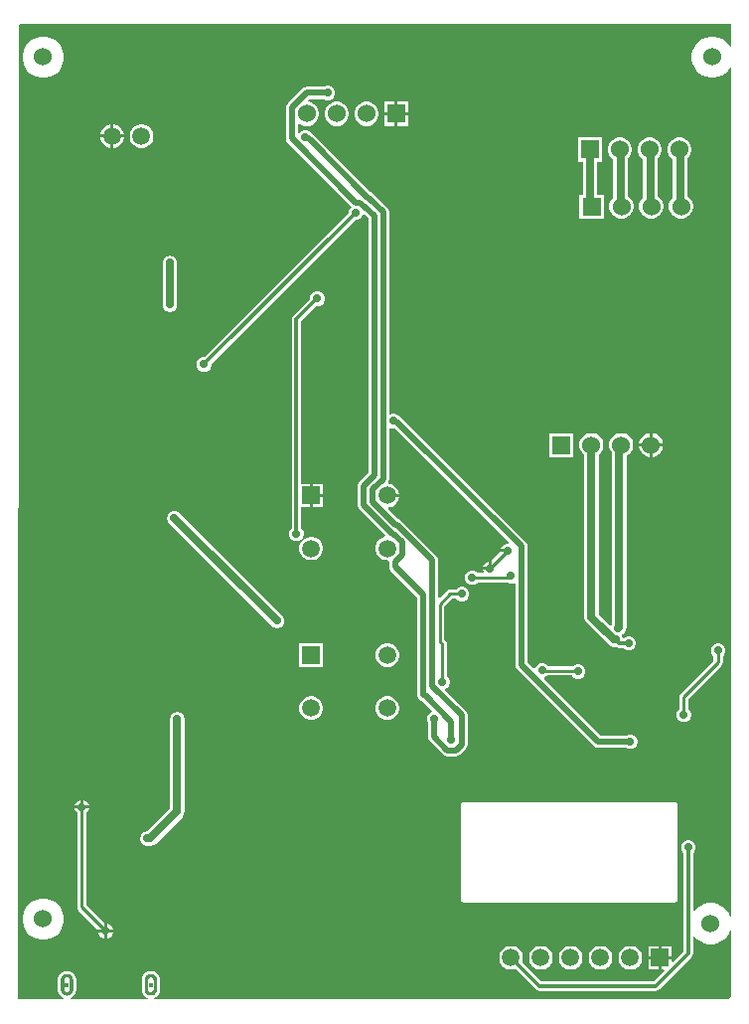
<source format=gbl>
G04*
G04 #@! TF.GenerationSoftware,Altium Limited,Altium Designer,23.4.1 (23)*
G04*
G04 Layer_Physical_Order=2*
G04 Layer_Color=16711680*
%FSLAX25Y25*%
%MOIN*%
G70*
G04*
G04 #@! TF.SameCoordinates,3121AE9F-DB6A-48AE-AC32-4FE8ED9D71C7*
G04*
G04*
G04 #@! TF.FilePolarity,Positive*
G04*
G01*
G75*
%ADD13C,0.01000*%
%ADD58C,0.02756*%
%ADD59C,0.01968*%
%ADD60C,0.01181*%
%ADD63C,0.05898*%
%ADD64R,0.05898X0.05898*%
%ADD65C,0.01772*%
%ADD66R,0.06024X0.06024*%
%ADD67C,0.06024*%
%ADD68C,0.06000*%
%ADD69R,0.05906X0.05906*%
%ADD70C,0.05906*%
%ADD71C,0.05937*%
%ADD72C,0.02756*%
G36*
X1000Y328000D02*
X239500D01*
Y320602D01*
X239000Y320450D01*
X238364Y321402D01*
X237402Y322364D01*
X236271Y323120D01*
X235014Y323640D01*
X233680Y323905D01*
X232320D01*
X230986Y323640D01*
X229729Y323120D01*
X228598Y322364D01*
X227636Y321402D01*
X226880Y320271D01*
X226360Y319014D01*
X226095Y317680D01*
Y316320D01*
X226360Y314986D01*
X226880Y313729D01*
X227636Y312598D01*
X228598Y311636D01*
X229729Y310880D01*
X230986Y310360D01*
X232320Y310094D01*
X233680D01*
X235014Y310360D01*
X236271Y310880D01*
X237402Y311636D01*
X238364Y312598D01*
X239000Y313550D01*
X239500Y313398D01*
Y28952D01*
X239000Y28853D01*
X238620Y29771D01*
X237864Y30902D01*
X236902Y31864D01*
X235771Y32620D01*
X234514Y33140D01*
X233180Y33406D01*
X231820D01*
X230486Y33140D01*
X229229Y32620D01*
X228098Y31864D01*
X227136Y30902D01*
X227100Y30848D01*
X226622Y30993D01*
Y50259D01*
X227016Y50653D01*
X227378Y51527D01*
Y52473D01*
X227016Y53347D01*
X226347Y54016D01*
X225473Y54378D01*
X224527D01*
X223653Y54016D01*
X222984Y53347D01*
X222622Y52473D01*
Y51527D01*
X222984Y50653D01*
X223378Y50259D01*
Y17017D01*
X219915Y13553D01*
X219453Y13745D01*
Y14500D01*
X216000D01*
Y11047D01*
X216755D01*
X216947Y10585D01*
X213483Y7122D01*
X175672D01*
X169212Y13581D01*
X169453Y14480D01*
Y15520D01*
X169183Y16526D01*
X168663Y17427D01*
X167927Y18163D01*
X167026Y18683D01*
X166020Y18953D01*
X164980D01*
X163974Y18683D01*
X163073Y18163D01*
X162337Y17427D01*
X161817Y16526D01*
X161547Y15520D01*
Y14480D01*
X161817Y13474D01*
X162337Y12573D01*
X163073Y11837D01*
X163974Y11317D01*
X164980Y11047D01*
X166020D01*
X166919Y11288D01*
X173853Y4353D01*
X174379Y4002D01*
X175000Y3878D01*
X214155D01*
X214775Y4002D01*
X215302Y4353D01*
X226147Y15198D01*
X226498Y15724D01*
X226622Y16345D01*
Y22007D01*
X227100Y22152D01*
X227136Y22098D01*
X228098Y21136D01*
X229229Y20380D01*
X230486Y19860D01*
X231820Y19594D01*
X233180D01*
X234514Y19860D01*
X235771Y20380D01*
X236902Y21136D01*
X237864Y22098D01*
X238620Y23229D01*
X239000Y24147D01*
X239500Y24048D01*
Y2000D01*
X238500Y1000D01*
X45811D01*
X45809Y1010D01*
X45740Y1505D01*
X45842Y1544D01*
X45884Y1571D01*
X45932Y1584D01*
X46027Y1631D01*
X46040Y1642D01*
X46057Y1647D01*
X46151Y1698D01*
X46176Y1719D01*
X46206Y1730D01*
X46300Y1789D01*
X46308Y1796D01*
X46317Y1799D01*
X46407Y1859D01*
X46445Y1896D01*
X46492Y1920D01*
X46575Y1987D01*
X46584Y1998D01*
X46597Y2005D01*
X46679Y2076D01*
X46696Y2097D01*
X46718Y2111D01*
X46797Y2186D01*
X46812Y2208D01*
X46834Y2223D01*
X46909Y2302D01*
X46923Y2324D01*
X46943Y2340D01*
X47014Y2423D01*
X47021Y2436D01*
X47033Y2445D01*
X47100Y2528D01*
X47124Y2575D01*
X47161Y2612D01*
X47220Y2703D01*
X47220Y2703D01*
X47220Y2703D01*
X47279Y2793D01*
X47298Y2840D01*
X47330Y2880D01*
X47381Y2978D01*
X47383Y2986D01*
X47388Y2993D01*
X47436Y3087D01*
X47449Y3135D01*
X47475Y3177D01*
X47515Y3280D01*
X47518Y3297D01*
X47526Y3312D01*
X47562Y3415D01*
X47564Y3432D01*
X47573Y3448D01*
X47604Y3551D01*
X47607Y3574D01*
X47617Y3594D01*
X47644Y3701D01*
X47646Y3737D01*
X47660Y3771D01*
X47680Y3877D01*
X47679Y3915D01*
X47690Y3950D01*
X47702Y4057D01*
X47701Y4077D01*
X47706Y4097D01*
X47714Y4207D01*
X47712Y4225D01*
X47716Y4242D01*
X47720Y4348D01*
X47717Y4367D01*
X47720Y4386D01*
Y7535D01*
X47717Y7554D01*
X47720Y7573D01*
X47716Y7679D01*
X47712Y7697D01*
X47714Y7714D01*
X47706Y7825D01*
X47701Y7844D01*
X47702Y7865D01*
X47690Y7971D01*
X47679Y8006D01*
X47680Y8044D01*
X47660Y8150D01*
X47646Y8184D01*
X47644Y8220D01*
X47617Y8327D01*
X47607Y8348D01*
X47604Y8371D01*
X47573Y8473D01*
X47564Y8489D01*
X47562Y8507D01*
X47526Y8609D01*
X47518Y8624D01*
X47515Y8642D01*
X47475Y8744D01*
X47449Y8786D01*
X47436Y8834D01*
X47388Y8928D01*
X47383Y8935D01*
X47381Y8943D01*
X47330Y9041D01*
X47298Y9081D01*
X47279Y9128D01*
X47220Y9218D01*
X47220Y9218D01*
X47220Y9218D01*
X47161Y9309D01*
X47124Y9347D01*
X47100Y9393D01*
X47033Y9476D01*
X47021Y9486D01*
X47014Y9498D01*
X46943Y9581D01*
X46923Y9597D01*
X46909Y9620D01*
X46834Y9698D01*
X46812Y9714D01*
X46797Y9735D01*
X46718Y9810D01*
X46696Y9824D01*
X46679Y9845D01*
X46597Y9916D01*
X46584Y9923D01*
X46575Y9934D01*
X46492Y10001D01*
X46445Y10026D01*
X46407Y10063D01*
X46317Y10122D01*
X46308Y10125D01*
X46300Y10132D01*
X46206Y10191D01*
X46176Y10203D01*
X46151Y10223D01*
X46057Y10274D01*
X46040Y10279D01*
X46027Y10290D01*
X45932Y10337D01*
X45884Y10350D01*
X45842Y10377D01*
X45740Y10416D01*
X45723Y10419D01*
X45707Y10428D01*
X45605Y10464D01*
X45587Y10466D01*
X45572Y10475D01*
X45469Y10506D01*
X45446Y10508D01*
X45425Y10519D01*
X45319Y10546D01*
X45283Y10548D01*
X45249Y10562D01*
X45142Y10581D01*
X45105Y10581D01*
X45069Y10592D01*
X44963Y10604D01*
X44943Y10602D01*
X44923Y10608D01*
X44813Y10615D01*
X44795Y10613D01*
X44778Y10617D01*
X44671Y10621D01*
X44634Y10615D01*
X44596Y10621D01*
X44490Y10617D01*
X44473Y10613D01*
X44455Y10615D01*
X44345Y10607D01*
X44325Y10602D01*
X44305Y10604D01*
X44199Y10592D01*
X44163Y10581D01*
X44125Y10581D01*
X44019Y10562D01*
X43985Y10548D01*
X43949Y10546D01*
X43843Y10519D01*
X43822Y10508D01*
X43799Y10506D01*
X43696Y10475D01*
X43680Y10466D01*
X43663Y10464D01*
X43560Y10428D01*
X43545Y10419D01*
X43528Y10416D01*
X43425Y10377D01*
X43383Y10350D01*
X43335Y10337D01*
X43241Y10290D01*
X43227Y10279D01*
X43211Y10274D01*
X43117Y10223D01*
X43092Y10203D01*
X43062Y10191D01*
X42968Y10132D01*
X42960Y10125D01*
X42951Y10122D01*
X42860Y10063D01*
X42823Y10026D01*
X42776Y10001D01*
X42693Y9934D01*
X42684Y9923D01*
X42671Y9916D01*
X42588Y9845D01*
X42572Y9824D01*
X42550Y9810D01*
X42471Y9735D01*
X42456Y9714D01*
X42434Y9698D01*
X42359Y9619D01*
X42345Y9597D01*
X42324Y9581D01*
X42254Y9498D01*
X42246Y9486D01*
X42235Y9476D01*
X42168Y9393D01*
X42143Y9347D01*
X42107Y9309D01*
X42048Y9218D01*
X42044Y9209D01*
X42037Y9202D01*
X41978Y9107D01*
X41967Y9077D01*
X41946Y9053D01*
X41895Y8958D01*
X41890Y8942D01*
X41879Y8928D01*
X41832Y8834D01*
X41819Y8786D01*
X41793Y8744D01*
X41753Y8642D01*
X41750Y8624D01*
X41741Y8609D01*
X41706Y8507D01*
X41703Y8489D01*
X41695Y8473D01*
X41663Y8371D01*
X41661Y8348D01*
X41651Y8327D01*
X41623Y8220D01*
X41621Y8184D01*
X41608Y8150D01*
X41588Y8044D01*
X41589Y8006D01*
X41577Y7971D01*
X41565Y7864D01*
X41567Y7844D01*
X41562Y7825D01*
X41554Y7714D01*
X41556Y7697D01*
X41552Y7679D01*
X41548Y7573D01*
X41551Y7554D01*
X41547Y7535D01*
Y4386D01*
X41551Y4367D01*
X41548Y4348D01*
X41552Y4242D01*
X41556Y4225D01*
X41554Y4207D01*
X41562Y4097D01*
X41567Y4077D01*
X41565Y4057D01*
X41577Y3950D01*
X41589Y3915D01*
X41588Y3877D01*
X41608Y3771D01*
X41621Y3737D01*
X41623Y3701D01*
X41651Y3594D01*
X41661Y3574D01*
X41663Y3551D01*
X41695Y3448D01*
X41703Y3432D01*
X41706Y3415D01*
X41741Y3312D01*
X41750Y3297D01*
X41753Y3280D01*
X41793Y3177D01*
X41819Y3135D01*
X41832Y3087D01*
X41879Y2993D01*
X41890Y2980D01*
X41895Y2963D01*
X41946Y2869D01*
X41967Y2844D01*
X41978Y2814D01*
X42037Y2719D01*
X42044Y2712D01*
X42048Y2703D01*
X42107Y2612D01*
X42144Y2575D01*
X42168Y2528D01*
X42235Y2445D01*
X42246Y2436D01*
X42254Y2423D01*
X42324Y2340D01*
X42345Y2324D01*
X42359Y2302D01*
X42434Y2223D01*
X42456Y2208D01*
X42471Y2186D01*
X42550Y2111D01*
X42572Y2097D01*
X42588Y2076D01*
X42671Y2005D01*
X42684Y1998D01*
X42693Y1987D01*
X42776Y1920D01*
X42823Y1895D01*
X42860Y1859D01*
X42951Y1799D01*
X42960Y1796D01*
X42968Y1789D01*
X43062Y1730D01*
X43092Y1719D01*
X43117Y1698D01*
X43211Y1647D01*
X43227Y1642D01*
X43241Y1631D01*
X43335Y1584D01*
X43383Y1571D01*
X43425Y1544D01*
X43528Y1505D01*
X43458Y1010D01*
X43456Y1000D01*
X17662D01*
X17660Y1010D01*
X17590Y1505D01*
X17693Y1544D01*
X17735Y1571D01*
X17783Y1584D01*
X17877Y1631D01*
X17891Y1642D01*
X17907Y1647D01*
X18001Y1698D01*
X18026Y1719D01*
X18056Y1730D01*
X18151Y1789D01*
X18158Y1796D01*
X18167Y1799D01*
X18258Y1859D01*
X18296Y1896D01*
X18342Y1920D01*
X18425Y1987D01*
X18434Y1998D01*
X18447Y2005D01*
X18530Y2076D01*
X18546Y2097D01*
X18568Y2111D01*
X18647Y2186D01*
X18663Y2208D01*
X18684Y2223D01*
X18759Y2302D01*
X18773Y2324D01*
X18794Y2340D01*
X18865Y2423D01*
X18872Y2436D01*
X18883Y2445D01*
X18950Y2528D01*
X18975Y2575D01*
X19012Y2612D01*
X19071Y2703D01*
X19074Y2712D01*
X19081Y2719D01*
X19140Y2814D01*
X19152Y2844D01*
X19172Y2869D01*
X19223Y2963D01*
X19228Y2980D01*
X19239Y2993D01*
X19286Y3087D01*
X19299Y3135D01*
X19326Y3177D01*
X19365Y3280D01*
X19368Y3297D01*
X19377Y3312D01*
X19412Y3415D01*
X19415Y3432D01*
X19423Y3448D01*
X19455Y3551D01*
X19457Y3574D01*
X19467Y3594D01*
X19495Y3701D01*
X19497Y3737D01*
X19510Y3771D01*
X19530Y3877D01*
X19530Y3915D01*
X19541Y3950D01*
X19553Y4057D01*
X19551Y4077D01*
X19556Y4097D01*
X19564Y4207D01*
X19562Y4225D01*
X19566Y4242D01*
X19570Y4348D01*
X19567Y4367D01*
X19571Y4386D01*
Y7535D01*
X19567Y7554D01*
X19570Y7573D01*
X19566Y7679D01*
X19562Y7697D01*
X19564Y7714D01*
X19556Y7825D01*
X19551Y7844D01*
X19553Y7865D01*
X19541Y7971D01*
X19530Y8006D01*
X19530Y8044D01*
X19510Y8150D01*
X19497Y8184D01*
X19495Y8220D01*
X19467Y8327D01*
X19457Y8348D01*
X19455Y8371D01*
X19423Y8473D01*
X19415Y8489D01*
X19412Y8507D01*
X19377Y8609D01*
X19368Y8624D01*
X19365Y8642D01*
X19326Y8744D01*
X19299Y8786D01*
X19286Y8834D01*
X19239Y8928D01*
X19228Y8942D01*
X19223Y8958D01*
X19172Y9053D01*
X19152Y9077D01*
X19140Y9107D01*
X19081Y9202D01*
X19074Y9209D01*
X19071Y9218D01*
X19012Y9309D01*
X18975Y9347D01*
X18950Y9393D01*
X18883Y9476D01*
X18872Y9486D01*
X18865Y9498D01*
X18794Y9581D01*
X18773Y9597D01*
X18759Y9619D01*
X18684Y9698D01*
X18663Y9714D01*
X18647Y9735D01*
X18568Y9810D01*
X18546Y9824D01*
X18530Y9845D01*
X18447Y9916D01*
X18434Y9923D01*
X18425Y9934D01*
X18342Y10001D01*
X18296Y10026D01*
X18258Y10063D01*
X18167Y10122D01*
X18158Y10125D01*
X18151Y10132D01*
X18056Y10191D01*
X18026Y10203D01*
X18001Y10223D01*
X17907Y10274D01*
X17891Y10279D01*
X17877Y10290D01*
X17783Y10337D01*
X17735Y10350D01*
X17693Y10377D01*
X17590Y10416D01*
X17573Y10419D01*
X17558Y10428D01*
X17456Y10464D01*
X17438Y10466D01*
X17422Y10475D01*
X17320Y10506D01*
X17297Y10508D01*
X17276Y10519D01*
X17169Y10546D01*
X17133Y10548D01*
X17099Y10562D01*
X16993Y10581D01*
X16955Y10581D01*
X16920Y10592D01*
X16813Y10604D01*
X16793Y10602D01*
X16773Y10607D01*
X16663Y10615D01*
X16646Y10613D01*
X16628Y10617D01*
X16522Y10621D01*
X16484Y10615D01*
X16447Y10621D01*
X16340Y10617D01*
X16323Y10613D01*
X16305Y10615D01*
X16195Y10608D01*
X16175Y10602D01*
X16155Y10604D01*
X16049Y10592D01*
X16013Y10581D01*
X15976Y10581D01*
X15869Y10562D01*
X15836Y10548D01*
X15799Y10546D01*
X15693Y10519D01*
X15672Y10508D01*
X15649Y10506D01*
X15547Y10475D01*
X15531Y10466D01*
X15513Y10464D01*
X15411Y10428D01*
X15395Y10419D01*
X15378Y10416D01*
X15276Y10377D01*
X15234Y10350D01*
X15186Y10337D01*
X15091Y10290D01*
X15078Y10279D01*
X15062Y10274D01*
X14967Y10223D01*
X14942Y10203D01*
X14912Y10191D01*
X14818Y10132D01*
X14811Y10125D01*
X14801Y10122D01*
X14711Y10063D01*
X14673Y10026D01*
X14626Y10001D01*
X14544Y9934D01*
X14534Y9923D01*
X14522Y9916D01*
X14439Y9845D01*
X14423Y9824D01*
X14400Y9810D01*
X14321Y9735D01*
X14306Y9714D01*
X14285Y9698D01*
X14210Y9620D01*
X14196Y9597D01*
X14175Y9581D01*
X14104Y9498D01*
X14097Y9486D01*
X14085Y9476D01*
X14018Y9393D01*
X13994Y9347D01*
X13957Y9309D01*
X13898Y9218D01*
X13898Y9218D01*
X13898Y9218D01*
X13839Y9128D01*
X13820Y9081D01*
X13788Y9041D01*
X13737Y8943D01*
X13735Y8935D01*
X13730Y8929D01*
X13683Y8834D01*
X13669Y8786D01*
X13643Y8744D01*
X13603Y8642D01*
X13600Y8624D01*
X13592Y8609D01*
X13556Y8507D01*
X13554Y8489D01*
X13545Y8473D01*
X13514Y8371D01*
X13511Y8348D01*
X13501Y8327D01*
X13474Y8220D01*
X13472Y8184D01*
X13458Y8150D01*
X13438Y8044D01*
X13439Y8006D01*
X13428Y7971D01*
X13416Y7864D01*
X13418Y7844D01*
X13412Y7825D01*
X13404Y7714D01*
X13407Y7697D01*
X13402Y7679D01*
X13398Y7573D01*
X13401Y7554D01*
X13398Y7535D01*
Y4386D01*
X13401Y4367D01*
X13398Y4348D01*
X13402Y4242D01*
X13407Y4225D01*
X13404Y4207D01*
X13412Y4097D01*
X13418Y4077D01*
X13416Y4057D01*
X13428Y3950D01*
X13439Y3915D01*
X13438Y3877D01*
X13458Y3771D01*
X13472Y3737D01*
X13474Y3701D01*
X13501Y3594D01*
X13511Y3574D01*
X13514Y3551D01*
X13545Y3448D01*
X13554Y3432D01*
X13556Y3415D01*
X13592Y3312D01*
X13600Y3297D01*
X13603Y3280D01*
X13643Y3177D01*
X13669Y3135D01*
X13683Y3087D01*
X13730Y2993D01*
X13735Y2986D01*
X13737Y2978D01*
X13788Y2880D01*
X13820Y2840D01*
X13839Y2793D01*
X13898Y2703D01*
X13898Y2703D01*
X13898Y2703D01*
X13957Y2612D01*
X13994Y2575D01*
X14019Y2528D01*
X14085Y2445D01*
X14097Y2436D01*
X14104Y2423D01*
X14175Y2340D01*
X14196Y2324D01*
X14210Y2302D01*
X14285Y2223D01*
X14306Y2208D01*
X14321Y2186D01*
X14400Y2111D01*
X14423Y2097D01*
X14439Y2076D01*
X14522Y2005D01*
X14534Y1998D01*
X14544Y1987D01*
X14626Y1920D01*
X14673Y1895D01*
X14711Y1859D01*
X14801Y1799D01*
X14811Y1796D01*
X14818Y1789D01*
X14912Y1730D01*
X14942Y1719D01*
X14967Y1698D01*
X15062Y1647D01*
X15078Y1642D01*
X15091Y1631D01*
X15186Y1584D01*
X15234Y1571D01*
X15276Y1544D01*
X15378Y1505D01*
X15309Y1010D01*
X15307Y1000D01*
X354D01*
X0Y1354D01*
X499Y327848D01*
X961Y328039D01*
X1000Y328000D01*
D02*
G37*
G36*
X44740Y9598D02*
X44850Y9591D01*
X44957Y9579D01*
X45063Y9559D01*
X45169Y9532D01*
X45272Y9500D01*
X45374Y9465D01*
X45476Y9425D01*
X45571Y9378D01*
X45665Y9327D01*
X45760Y9268D01*
X45850Y9209D01*
X45933Y9142D01*
X46016Y9071D01*
X46095Y8996D01*
X46169Y8917D01*
X46240Y8835D01*
X46307Y8752D01*
X46366Y8661D01*
X46425Y8571D01*
X46476Y8472D01*
X46524Y8378D01*
X46563Y8276D01*
X46598Y8173D01*
X46630Y8071D01*
X46657Y7965D01*
X46677Y7858D01*
X46689Y7752D01*
X46697Y7642D01*
X46701Y7535D01*
Y5961D01*
Y4386D01*
X46697Y4279D01*
X46689Y4169D01*
X46677Y4063D01*
X46657Y3957D01*
X46630Y3850D01*
X46598Y3748D01*
X46563Y3646D01*
X46524Y3543D01*
X46476Y3449D01*
X46425Y3350D01*
X46366Y3260D01*
X46307Y3169D01*
X46240Y3087D01*
X46169Y3004D01*
X46095Y2925D01*
X46016Y2850D01*
X45933Y2780D01*
X45850Y2713D01*
X45760Y2654D01*
X45665Y2595D01*
X45571Y2543D01*
X45476Y2496D01*
X45374Y2457D01*
X45272Y2421D01*
X45169Y2390D01*
X45063Y2362D01*
X44957Y2342D01*
X44850Y2331D01*
X44740Y2323D01*
X44634Y2319D01*
X44528Y2323D01*
X44417Y2331D01*
X44311Y2342D01*
X44205Y2362D01*
X44098Y2390D01*
X43996Y2421D01*
X43894Y2457D01*
X43791Y2496D01*
X43697Y2543D01*
X43602Y2595D01*
X43508Y2654D01*
X43417Y2713D01*
X43335Y2780D01*
X43252Y2850D01*
X43173Y2925D01*
X43098Y3004D01*
X43028Y3087D01*
X42961Y3169D01*
X42902Y3260D01*
X42843Y3354D01*
X42791Y3449D01*
X42744Y3543D01*
X42705Y3646D01*
X42669Y3748D01*
X42638Y3850D01*
X42610Y3957D01*
X42591Y4063D01*
X42579Y4169D01*
X42571Y4279D01*
X42567Y4386D01*
Y5961D01*
Y7535D01*
X42571Y7642D01*
X42579Y7752D01*
X42591Y7858D01*
X42610Y7965D01*
X42638Y8071D01*
X42669Y8173D01*
X42705Y8276D01*
X42744Y8378D01*
X42791Y8472D01*
X42843Y8567D01*
X42902Y8661D01*
X42961Y8752D01*
X43028Y8835D01*
X43098Y8917D01*
X43173Y8996D01*
X43252Y9071D01*
X43335Y9142D01*
X43417Y9209D01*
X43508Y9268D01*
X43602Y9327D01*
X43697Y9378D01*
X43791Y9425D01*
X43894Y9465D01*
X43996Y9500D01*
X44098Y9532D01*
X44205Y9559D01*
X44311Y9579D01*
X44417Y9591D01*
X44528Y9598D01*
X44634Y9602D01*
X44740Y9598D01*
D02*
G37*
G36*
X16591D02*
X16701Y9591D01*
X16807Y9579D01*
X16913Y9559D01*
X17020Y9532D01*
X17122Y9500D01*
X17224Y9465D01*
X17327Y9425D01*
X17421Y9378D01*
X17516Y9327D01*
X17610Y9268D01*
X17701Y9209D01*
X17784Y9142D01*
X17866Y9071D01*
X17945Y8996D01*
X18020Y8917D01*
X18091Y8835D01*
X18158Y8752D01*
X18216Y8661D01*
X18276Y8567D01*
X18327Y8472D01*
X18374Y8378D01*
X18413Y8276D01*
X18449Y8173D01*
X18480Y8071D01*
X18508Y7965D01*
X18528Y7858D01*
X18539Y7752D01*
X18547Y7642D01*
X18551Y7535D01*
Y5961D01*
Y4386D01*
X18547Y4279D01*
X18539Y4169D01*
X18528Y4063D01*
X18508Y3957D01*
X18480Y3850D01*
X18449Y3748D01*
X18413Y3646D01*
X18374Y3543D01*
X18327Y3449D01*
X18276Y3354D01*
X18216Y3260D01*
X18158Y3169D01*
X18091Y3087D01*
X18020Y3004D01*
X17945Y2925D01*
X17866Y2850D01*
X17784Y2780D01*
X17701Y2713D01*
X17610Y2654D01*
X17516Y2595D01*
X17421Y2543D01*
X17327Y2496D01*
X17224Y2457D01*
X17122Y2421D01*
X17020Y2390D01*
X16913Y2362D01*
X16807Y2342D01*
X16701Y2331D01*
X16591Y2323D01*
X16484Y2319D01*
X16378Y2323D01*
X16268Y2331D01*
X16161Y2342D01*
X16055Y2362D01*
X15949Y2390D01*
X15846Y2421D01*
X15744Y2457D01*
X15642Y2496D01*
X15547Y2543D01*
X15453Y2595D01*
X15358Y2654D01*
X15268Y2713D01*
X15185Y2780D01*
X15102Y2850D01*
X15024Y2925D01*
X14949Y3004D01*
X14878Y3087D01*
X14811Y3169D01*
X14752Y3260D01*
X14693Y3350D01*
X14642Y3449D01*
X14594Y3543D01*
X14555Y3646D01*
X14520Y3748D01*
X14488Y3850D01*
X14461Y3957D01*
X14441Y4063D01*
X14429Y4169D01*
X14421Y4279D01*
X14417Y4386D01*
Y5961D01*
Y7535D01*
X14421Y7642D01*
X14429Y7752D01*
X14441Y7858D01*
X14461Y7965D01*
X14488Y8071D01*
X14520Y8173D01*
X14555Y8276D01*
X14594Y8378D01*
X14642Y8472D01*
X14693Y8571D01*
X14752Y8661D01*
X14811Y8752D01*
X14878Y8835D01*
X14949Y8917D01*
X15024Y8996D01*
X15102Y9071D01*
X15185Y9142D01*
X15268Y9209D01*
X15358Y9268D01*
X15453Y9327D01*
X15547Y9378D01*
X15642Y9425D01*
X15744Y9465D01*
X15846Y9500D01*
X15949Y9532D01*
X16055Y9559D01*
X16161Y9579D01*
X16268Y9591D01*
X16378Y9598D01*
X16484Y9602D01*
X16591Y9598D01*
D02*
G37*
%LPC*%
G36*
X9180Y323905D02*
X7820D01*
X6486Y323640D01*
X5229Y323120D01*
X4098Y322364D01*
X3136Y321402D01*
X2380Y320271D01*
X1860Y319014D01*
X1595Y317680D01*
Y316320D01*
X1860Y314986D01*
X2380Y313729D01*
X3136Y312598D01*
X4098Y311636D01*
X5229Y310880D01*
X6486Y310360D01*
X7820Y310094D01*
X9180D01*
X10514Y310360D01*
X11771Y310880D01*
X12902Y311636D01*
X13864Y312598D01*
X14620Y313729D01*
X15140Y314986D01*
X15405Y316320D01*
Y317680D01*
X15140Y319014D01*
X14620Y320271D01*
X13864Y321402D01*
X12902Y322364D01*
X11771Y323120D01*
X10514Y323640D01*
X9180Y323905D01*
D02*
G37*
G36*
X104473Y307378D02*
X103527D01*
X102670Y307023D01*
X96934D01*
X96160Y306869D01*
X95504Y306431D01*
X90573Y301500D01*
X90135Y300844D01*
X89981Y300069D01*
Y289741D01*
X90135Y288967D01*
X90573Y288311D01*
X112011Y266874D01*
X111419Y266282D01*
X111057Y265408D01*
Y264851D01*
X62585Y216378D01*
X62027D01*
X61153Y216016D01*
X60484Y215347D01*
X60122Y214473D01*
Y213527D01*
X60484Y212653D01*
X61153Y211984D01*
X62027Y211622D01*
X62973D01*
X63847Y211984D01*
X64516Y212653D01*
X64878Y213527D01*
Y214085D01*
X113350Y262557D01*
X113908D01*
X114782Y262919D01*
X115451Y263588D01*
X115682Y264145D01*
X116272Y264263D01*
X117528Y263006D01*
Y177564D01*
X114668Y174704D01*
X114229Y174047D01*
X114075Y173273D01*
Y166727D01*
X114229Y165953D01*
X114668Y165296D01*
X123271Y156694D01*
X123121Y156136D01*
X122476Y155963D01*
X121575Y155443D01*
X120840Y154708D01*
X120320Y153808D01*
X120051Y152803D01*
Y151763D01*
X120320Y150759D01*
X120840Y149859D01*
X121575Y149124D01*
X122476Y148604D01*
X123480Y148335D01*
X124130D01*
X124548Y147880D01*
X124549Y147865D01*
Y146248D01*
X124703Y145474D01*
X125141Y144818D01*
X134063Y135897D01*
Y103000D01*
X134217Y102226D01*
X134655Y101569D01*
X135312Y101131D01*
X135644Y101065D01*
X138858Y97851D01*
X138761Y97360D01*
X138311Y97174D01*
X137642Y96505D01*
X137280Y95631D01*
Y94685D01*
X137635Y93828D01*
Y89087D01*
X137788Y88313D01*
X138227Y87657D01*
X142677Y83207D01*
X143333Y82769D01*
X144107Y82615D01*
X146893D01*
X147667Y82769D01*
X148323Y83207D01*
X150293Y85177D01*
X150731Y85833D01*
X150885Y86607D01*
Y96383D01*
X150731Y97157D01*
X150293Y97813D01*
X143299Y104807D01*
X143397Y105298D01*
X143847Y105484D01*
X144516Y106153D01*
X144878Y107027D01*
Y107973D01*
X144516Y108847D01*
X144029Y109334D01*
Y120233D01*
X143913Y120818D01*
X143581Y121315D01*
X143068Y121828D01*
Y132819D01*
X145719Y135471D01*
X147167D01*
X147653Y134984D01*
X148527Y134622D01*
X149473D01*
X150347Y134984D01*
X151016Y135653D01*
X151378Y136527D01*
Y137473D01*
X151016Y138347D01*
X150347Y139016D01*
X149473Y139378D01*
X148527D01*
X147653Y139016D01*
X147167Y138529D01*
X145086D01*
X144501Y138413D01*
X144004Y138081D01*
X141539Y135616D01*
X141077Y135808D01*
Y148404D01*
X140923Y149178D01*
X140485Y149834D01*
X128703Y161616D01*
X128047Y162054D01*
X127777Y162108D01*
X124295Y165589D01*
X124487Y166051D01*
X124520D01*
X125524Y166320D01*
X126425Y166840D01*
X127160Y167575D01*
X127680Y168476D01*
X127949Y169480D01*
Y169500D01*
X124000D01*
Y170500D01*
X127949D01*
Y170520D01*
X127680Y171524D01*
X127160Y172425D01*
X126425Y173160D01*
X125524Y173680D01*
X124520Y173949D01*
X124474D01*
X124206Y174449D01*
X124389Y174722D01*
X124543Y175496D01*
Y192531D01*
X124959Y192809D01*
X125409Y192622D01*
X126355D01*
X126469Y192669D01*
X164761Y154378D01*
X164554Y153878D01*
X164027D01*
X163153Y153516D01*
X162484Y152847D01*
X162133Y152000D01*
X164500D01*
Y151000D01*
X161806D01*
X158937Y148131D01*
Y145500D01*
X158437D01*
Y145000D01*
X156070D01*
X156265Y144529D01*
X155931Y144029D01*
X154333D01*
X153847Y144516D01*
X152973Y144878D01*
X152027D01*
X151153Y144516D01*
X150484Y143847D01*
X150122Y142973D01*
Y142027D01*
X150484Y141153D01*
X151153Y140484D01*
X152027Y140122D01*
X152973D01*
X153847Y140484D01*
X154333Y140971D01*
X164186D01*
X165027Y140622D01*
X165973D01*
X166477Y140831D01*
X166977Y140497D01*
Y113302D01*
X167131Y112528D01*
X167569Y111871D01*
X193371Y86069D01*
X194028Y85631D01*
X194802Y85477D01*
X204170D01*
X205027Y85122D01*
X205973D01*
X206847Y85484D01*
X207516Y86153D01*
X207878Y87027D01*
Y87973D01*
X207516Y88847D01*
X206847Y89516D01*
X205973Y89878D01*
X205027D01*
X204170Y89523D01*
X195640D01*
X176538Y108625D01*
X176682Y109188D01*
X177312Y109449D01*
X177584Y109721D01*
X185956D01*
X185984Y109653D01*
X186653Y108984D01*
X187527Y108622D01*
X188473D01*
X189347Y108984D01*
X190016Y109653D01*
X190378Y110527D01*
Y111473D01*
X190016Y112347D01*
X189347Y113016D01*
X188473Y113378D01*
X187527D01*
X186653Y113016D01*
X186416Y112779D01*
X177994D01*
X177981Y112812D01*
X177312Y113481D01*
X176438Y113843D01*
X175492D01*
X174618Y113481D01*
X173949Y112812D01*
X173688Y112182D01*
X173125Y112038D01*
X171023Y114140D01*
Y153000D01*
X170869Y153774D01*
X170431Y154431D01*
X128581Y196280D01*
X127925Y196719D01*
X127427Y196817D01*
X127229Y197016D01*
X126355Y197378D01*
X125409D01*
X124959Y197191D01*
X124543Y197469D01*
Y265074D01*
X124389Y265848D01*
X123950Y266504D01*
X119117Y271338D01*
X118461Y271776D01*
X118395Y271789D01*
X99377Y290807D01*
X98721Y291246D01*
X98558Y291278D01*
X98535Y291301D01*
X98516Y291347D01*
X97847Y292016D01*
X96973Y292378D01*
X96027D01*
X95153Y292016D01*
X94527Y291390D01*
X94327Y291414D01*
X94027Y291543D01*
Y294646D01*
X94489Y294837D01*
X94537Y294790D01*
X95451Y294262D01*
X96472Y293988D01*
X97528D01*
X98549Y294262D01*
X99463Y294790D01*
X100210Y295537D01*
X100738Y296451D01*
X101012Y297472D01*
Y298528D01*
X100738Y299549D01*
X100210Y300463D01*
X99463Y301210D01*
X98549Y301738D01*
X97528Y302012D01*
X97461D01*
X97269Y302474D01*
X97773Y302977D01*
X102670D01*
X103527Y302622D01*
X104473D01*
X105347Y302984D01*
X106016Y303653D01*
X106378Y304527D01*
Y305473D01*
X106016Y306347D01*
X105347Y307016D01*
X104473Y307378D01*
D02*
G37*
G36*
X131012Y302012D02*
X127500D01*
Y298500D01*
X131012D01*
Y302012D01*
D02*
G37*
G36*
X126500D02*
X122988D01*
Y298500D01*
X126500D01*
Y302012D01*
D02*
G37*
G36*
X131012Y297500D02*
X127500D01*
Y293988D01*
X131012D01*
Y297500D01*
D02*
G37*
G36*
X126500D02*
X122988D01*
Y293988D01*
X126500D01*
Y297500D01*
D02*
G37*
G36*
X117528Y302012D02*
X116472D01*
X115452Y301738D01*
X114537Y301210D01*
X113790Y300463D01*
X113262Y299549D01*
X112988Y298528D01*
Y297472D01*
X113262Y296451D01*
X113790Y295537D01*
X114537Y294790D01*
X115452Y294262D01*
X116472Y293988D01*
X117528D01*
X118549Y294262D01*
X119463Y294790D01*
X120210Y295537D01*
X120738Y296451D01*
X121012Y297472D01*
Y298528D01*
X120738Y299549D01*
X120210Y300463D01*
X119463Y301210D01*
X118549Y301738D01*
X117528Y302012D01*
D02*
G37*
G36*
X107528D02*
X106472D01*
X105452Y301738D01*
X104537Y301210D01*
X103790Y300463D01*
X103262Y299549D01*
X102988Y298528D01*
Y297472D01*
X103262Y296451D01*
X103790Y295537D01*
X104537Y294790D01*
X105452Y294262D01*
X106472Y293988D01*
X107528D01*
X108548Y294262D01*
X109463Y294790D01*
X110210Y295537D01*
X110738Y296451D01*
X111012Y297472D01*
Y298528D01*
X110738Y299549D01*
X110210Y300463D01*
X109463Y301210D01*
X108548Y301738D01*
X107528Y302012D01*
D02*
G37*
G36*
X32180Y294468D02*
X32157D01*
Y291000D01*
X35626D01*
Y291022D01*
X35355Y292032D01*
X34833Y292937D01*
X34094Y293676D01*
X33189Y294198D01*
X32180Y294468D01*
D02*
G37*
G36*
X31157D02*
X31135D01*
X30126Y294198D01*
X29221Y293676D01*
X28482Y292937D01*
X27959Y292032D01*
X27689Y291022D01*
Y291000D01*
X31157D01*
Y294468D01*
D02*
G37*
G36*
X42022D02*
X40977D01*
X39968Y294198D01*
X39063Y293676D01*
X38324Y292937D01*
X37802Y292032D01*
X37532Y291022D01*
Y289978D01*
X37802Y288968D01*
X38324Y288063D01*
X39063Y287324D01*
X39968Y286802D01*
X40977Y286531D01*
X42022D01*
X43032Y286802D01*
X43937Y287324D01*
X44676Y288063D01*
X45198Y288968D01*
X45469Y289978D01*
Y291022D01*
X45198Y292032D01*
X44676Y292937D01*
X43937Y293676D01*
X43032Y294198D01*
X42022Y294468D01*
D02*
G37*
G36*
X35626Y290000D02*
X32157D01*
Y286531D01*
X32180D01*
X33189Y286802D01*
X34094Y287324D01*
X34833Y288063D01*
X35355Y288968D01*
X35626Y289978D01*
Y290000D01*
D02*
G37*
G36*
X31157D02*
X27689D01*
Y289978D01*
X27959Y288968D01*
X28482Y288063D01*
X29221Y287324D01*
X30126Y286802D01*
X31135Y286531D01*
X31157D01*
Y290000D01*
D02*
G37*
G36*
X222528Y290012D02*
X221472D01*
X220451Y289738D01*
X219537Y289210D01*
X218790Y288463D01*
X218262Y287548D01*
X217988Y286528D01*
Y285472D01*
X218262Y284452D01*
X218790Y283537D01*
X219537Y282790D01*
X219833Y282618D01*
Y269936D01*
X219305Y269408D01*
X218777Y268493D01*
X218504Y267473D01*
Y266417D01*
X218777Y265396D01*
X219305Y264481D01*
X220053Y263735D01*
X220967Y263206D01*
X221988Y262933D01*
X223044D01*
X224064Y263206D01*
X224979Y263735D01*
X225726Y264481D01*
X226254Y265396D01*
X226528Y266417D01*
Y267473D01*
X226254Y268493D01*
X225726Y269408D01*
X224979Y270155D01*
X224682Y270326D01*
Y283009D01*
X225210Y283537D01*
X225738Y284452D01*
X226012Y285472D01*
Y286528D01*
X225738Y287548D01*
X225210Y288463D01*
X224463Y289210D01*
X223549Y289738D01*
X222528Y290012D01*
D02*
G37*
G36*
X212528D02*
X211472D01*
X210452Y289738D01*
X209537Y289210D01*
X208790Y288463D01*
X208262Y287548D01*
X207988Y286528D01*
Y285472D01*
X208262Y284452D01*
X208790Y283537D01*
X209537Y282790D01*
X209834Y282618D01*
Y269936D01*
X209306Y269408D01*
X208777Y268493D01*
X208504Y267473D01*
Y266417D01*
X208777Y265396D01*
X209306Y264481D01*
X210052Y263735D01*
X210967Y263206D01*
X211988Y262933D01*
X213044D01*
X214064Y263206D01*
X214979Y263735D01*
X215726Y264481D01*
X216254Y265396D01*
X216528Y266417D01*
Y267473D01*
X216254Y268493D01*
X215726Y269408D01*
X214979Y270155D01*
X214683Y270326D01*
Y283009D01*
X215210Y283537D01*
X215738Y284452D01*
X216012Y285472D01*
Y286528D01*
X215738Y287548D01*
X215210Y288463D01*
X214463Y289210D01*
X213548Y289738D01*
X212528Y290012D01*
D02*
G37*
G36*
X202528D02*
X201472D01*
X200451Y289738D01*
X199537Y289210D01*
X198790Y288463D01*
X198262Y287548D01*
X197988Y286528D01*
Y285472D01*
X198262Y284452D01*
X198790Y283537D01*
X199537Y282790D01*
X199834Y282618D01*
Y269936D01*
X199305Y269408D01*
X198777Y268493D01*
X198504Y267473D01*
Y266417D01*
X198777Y265396D01*
X199305Y264481D01*
X200052Y263735D01*
X200967Y263206D01*
X201988Y262933D01*
X203044D01*
X204064Y263206D01*
X204979Y263735D01*
X205726Y264481D01*
X206254Y265396D01*
X206528Y266417D01*
Y267473D01*
X206254Y268493D01*
X205726Y269408D01*
X204979Y270155D01*
X204682Y270326D01*
Y283009D01*
X205210Y283537D01*
X205738Y284452D01*
X206012Y285472D01*
Y286528D01*
X205738Y287548D01*
X205210Y288463D01*
X204463Y289210D01*
X203549Y289738D01*
X202528Y290012D01*
D02*
G37*
G36*
X196012D02*
X187988D01*
Y281988D01*
X189576D01*
Y270957D01*
X188504D01*
Y262933D01*
X196528D01*
Y270957D01*
X194424D01*
Y281988D01*
X196012D01*
Y290012D01*
D02*
G37*
G36*
X51000Y250425D02*
X50766Y250378D01*
X50527D01*
X50306Y250287D01*
X50072Y250240D01*
X49874Y250107D01*
X49653Y250016D01*
X49484Y249847D01*
X49286Y249714D01*
X49153Y249516D01*
X48984Y249347D01*
X48893Y249126D01*
X48760Y248928D01*
X48713Y248694D01*
X48622Y248473D01*
Y248234D01*
X48575Y248000D01*
Y234000D01*
X48622Y233766D01*
Y233527D01*
X48713Y233306D01*
X48760Y233072D01*
X48893Y232874D01*
X48984Y232653D01*
X49153Y232484D01*
X49286Y232286D01*
X49484Y232153D01*
X49653Y231984D01*
X49874Y231893D01*
X50072Y231760D01*
X50306Y231713D01*
X50527Y231622D01*
X50766D01*
X51000Y231575D01*
X51234Y231622D01*
X51473D01*
X51694Y231713D01*
X51928Y231760D01*
X52126Y231893D01*
X52347Y231984D01*
X52516Y232153D01*
X52714Y232286D01*
X52847Y232484D01*
X53016Y232653D01*
X53107Y232874D01*
X53240Y233072D01*
X53287Y233306D01*
X53378Y233527D01*
Y233766D01*
X53425Y234000D01*
Y248000D01*
X53378Y248234D01*
Y248473D01*
X53287Y248694D01*
X53240Y248928D01*
X53107Y249126D01*
X53016Y249347D01*
X52847Y249516D01*
X52714Y249714D01*
X52516Y249847D01*
X52347Y250016D01*
X52126Y250107D01*
X51928Y250240D01*
X51694Y250287D01*
X51473Y250378D01*
X51234D01*
X51000Y250425D01*
D02*
G37*
G36*
X213024Y190968D02*
X212996D01*
Y187457D01*
X216508D01*
Y187485D01*
X216234Y188505D01*
X215706Y189420D01*
X214959Y190167D01*
X214044Y190695D01*
X213024Y190968D01*
D02*
G37*
G36*
X211996D02*
X211968D01*
X210947Y190695D01*
X210033Y190167D01*
X209286Y189420D01*
X208758Y188505D01*
X208484Y187485D01*
Y187457D01*
X211996D01*
Y190968D01*
D02*
G37*
G36*
X216508Y186457D02*
X212996D01*
Y182945D01*
X213024D01*
X214044Y183218D01*
X214959Y183746D01*
X215706Y184493D01*
X216234Y185408D01*
X216508Y186428D01*
Y186457D01*
D02*
G37*
G36*
X211996D02*
X208484D01*
Y186428D01*
X208758Y185408D01*
X209286Y184493D01*
X210033Y183746D01*
X210947Y183218D01*
X211968Y182945D01*
X211996D01*
Y186457D01*
D02*
G37*
G36*
X186508Y190968D02*
X178484D01*
Y182945D01*
X186508D01*
Y190968D01*
D02*
G37*
G36*
X102358Y173949D02*
X98909D01*
Y170500D01*
X102358D01*
Y173949D01*
D02*
G37*
G36*
Y169500D02*
X98909D01*
Y166051D01*
X102358D01*
Y169500D01*
D02*
G37*
G36*
X100973Y238378D02*
X100027D01*
X99153Y238016D01*
X98484Y237347D01*
X98122Y236473D01*
Y235915D01*
X92353Y230147D01*
X92002Y229621D01*
X91878Y229000D01*
Y158934D01*
X91484Y158540D01*
X91122Y157666D01*
Y156720D01*
X91484Y155846D01*
X92153Y155177D01*
X93027Y154815D01*
X93973D01*
X94847Y155177D01*
X95516Y155846D01*
X95878Y156720D01*
Y157666D01*
X95516Y158540D01*
X95122Y158934D01*
Y166051D01*
X97909D01*
Y170000D01*
Y173949D01*
X95122D01*
Y228328D01*
X100416Y233622D01*
X100973D01*
X101847Y233984D01*
X102516Y234653D01*
X102878Y235527D01*
Y236473D01*
X102516Y237347D01*
X101847Y238016D01*
X100973Y238378D01*
D02*
G37*
G36*
X98929Y156232D02*
X97890D01*
X96885Y155963D01*
X95985Y155443D01*
X95250Y154708D01*
X94730Y153808D01*
X94461Y152803D01*
Y151763D01*
X94730Y150759D01*
X95250Y149859D01*
X95985Y149124D01*
X96885Y148604D01*
X97890Y148335D01*
X98929D01*
X99934Y148604D01*
X100834Y149124D01*
X101569Y149859D01*
X102089Y150759D01*
X102358Y151763D01*
Y152803D01*
X102089Y153808D01*
X101569Y154708D01*
X100834Y155443D01*
X99934Y155963D01*
X98929Y156232D01*
D02*
G37*
G36*
X157937Y147867D02*
X157090Y147516D01*
X156421Y146847D01*
X156070Y146000D01*
X157937D01*
Y147867D01*
D02*
G37*
G36*
X203024Y190968D02*
X201968D01*
X200947Y190695D01*
X200033Y190167D01*
X199286Y189420D01*
X198758Y188505D01*
X198484Y187485D01*
Y186428D01*
X198758Y185408D01*
X199286Y184493D01*
X199377Y184402D01*
Y126584D01*
X199301Y126400D01*
X198810Y126303D01*
X194921Y130193D01*
Y130603D01*
Y183724D01*
X194959Y183746D01*
X195706Y184493D01*
X196234Y185408D01*
X196508Y186428D01*
Y187485D01*
X196234Y188505D01*
X195706Y189420D01*
X194959Y190167D01*
X194044Y190695D01*
X193024Y190968D01*
X191968D01*
X190947Y190695D01*
X190033Y190167D01*
X189286Y189420D01*
X188758Y188505D01*
X188484Y187485D01*
Y186428D01*
X188758Y185408D01*
X189286Y184493D01*
X190033Y183746D01*
X190071Y183724D01*
Y130603D01*
Y129188D01*
X190256Y128261D01*
X190782Y127474D01*
X198230Y120026D01*
X199016Y119500D01*
X199944Y119316D01*
X200572D01*
X200687Y119339D01*
X201191Y119002D01*
X201812Y118878D01*
X203259D01*
X203653Y118484D01*
X204527Y118122D01*
X205473D01*
X206347Y118484D01*
X207016Y119153D01*
X207378Y120027D01*
Y120973D01*
X207016Y121847D01*
X206347Y122516D01*
X205473Y122878D01*
X204527D01*
X203653Y122516D01*
X203402Y122265D01*
X202868Y122385D01*
X202812Y122668D01*
X202613Y122965D01*
X202758Y123443D01*
X202847Y123480D01*
X203317Y123950D01*
X203516Y124083D01*
X204041Y124870D01*
X204226Y125797D01*
Y183323D01*
X204959Y183746D01*
X205706Y184493D01*
X206234Y185408D01*
X206508Y186428D01*
Y187485D01*
X206234Y188505D01*
X205706Y189420D01*
X204959Y190167D01*
X204045Y190695D01*
X203024Y190968D01*
D02*
G37*
G36*
X52500Y164925D02*
X52266Y164878D01*
X52027D01*
X51806Y164787D01*
X51572Y164740D01*
X51374Y164607D01*
X51153Y164516D01*
X50984Y164347D01*
X50786Y164214D01*
X50653Y164016D01*
X50484Y163847D01*
X50393Y163626D01*
X50260Y163428D01*
X50213Y163194D01*
X50122Y162973D01*
Y162734D01*
X50076Y162500D01*
X50122Y162266D01*
Y162027D01*
X50213Y161806D01*
X50260Y161572D01*
X50393Y161374D01*
X50484Y161153D01*
X50653Y160984D01*
X50786Y160786D01*
X85286Y126286D01*
X85484Y126153D01*
X85653Y125984D01*
X85874Y125893D01*
X86072Y125760D01*
X86306Y125713D01*
X86527Y125622D01*
X86766D01*
X87000Y125575D01*
X87234Y125622D01*
X87473D01*
X87694Y125713D01*
X87928Y125760D01*
X88126Y125893D01*
X88347Y125984D01*
X88516Y126153D01*
X88714Y126286D01*
X88847Y126484D01*
X89016Y126653D01*
X89107Y126874D01*
X89240Y127072D01*
X89287Y127306D01*
X89378Y127527D01*
Y127766D01*
X89425Y128000D01*
X89378Y128234D01*
Y128473D01*
X89287Y128694D01*
X89240Y128928D01*
X89107Y129126D01*
X89016Y129347D01*
X88847Y129516D01*
X88714Y129714D01*
X54214Y164214D01*
X54016Y164347D01*
X53847Y164516D01*
X53626Y164607D01*
X53428Y164740D01*
X53194Y164787D01*
X52973Y164878D01*
X52734D01*
X52500Y164925D01*
D02*
G37*
G36*
X124520Y120449D02*
X123480D01*
X122476Y120180D01*
X121575Y119660D01*
X120840Y118925D01*
X120320Y118024D01*
X120051Y117020D01*
Y115980D01*
X120320Y114976D01*
X120840Y114075D01*
X121575Y113340D01*
X122476Y112820D01*
X123480Y112551D01*
X124520D01*
X125524Y112820D01*
X126425Y113340D01*
X127160Y114075D01*
X127680Y114976D01*
X127949Y115980D01*
Y117020D01*
X127680Y118024D01*
X127160Y118925D01*
X126425Y119660D01*
X125524Y120180D01*
X124520Y120449D01*
D02*
G37*
G36*
X102358D02*
X94461D01*
Y112551D01*
X102358D01*
Y120449D01*
D02*
G37*
G36*
X124520Y102732D02*
X123480D01*
X122476Y102463D01*
X121575Y101943D01*
X120840Y101208D01*
X120320Y100308D01*
X120051Y99303D01*
Y98264D01*
X120320Y97259D01*
X120840Y96359D01*
X121575Y95624D01*
X122476Y95104D01*
X123480Y94835D01*
X124520D01*
X125524Y95104D01*
X126425Y95624D01*
X127160Y96359D01*
X127680Y97259D01*
X127949Y98264D01*
Y99303D01*
X127680Y100308D01*
X127160Y101208D01*
X126425Y101943D01*
X125524Y102463D01*
X124520Y102732D01*
D02*
G37*
G36*
X98929D02*
X97890D01*
X96885Y102463D01*
X95985Y101943D01*
X95250Y101208D01*
X94730Y100308D01*
X94461Y99303D01*
Y98264D01*
X94730Y97259D01*
X95250Y96359D01*
X95985Y95624D01*
X96885Y95104D01*
X97890Y94835D01*
X98929D01*
X99934Y95104D01*
X100834Y95624D01*
X101569Y96359D01*
X102089Y97259D01*
X102358Y98264D01*
Y99303D01*
X102089Y100308D01*
X101569Y101208D01*
X100834Y101943D01*
X99934Y102463D01*
X98929Y102732D01*
D02*
G37*
G36*
X235473Y120378D02*
X234527D01*
X233653Y120016D01*
X232984Y119347D01*
X232622Y118473D01*
Y117527D01*
X232984Y116653D01*
X233471Y116166D01*
Y114634D01*
X222419Y103581D01*
X222087Y103085D01*
X221971Y102500D01*
Y98334D01*
X221484Y97847D01*
X221122Y96973D01*
Y96027D01*
X221484Y95153D01*
X222153Y94484D01*
X223027Y94122D01*
X223973D01*
X224847Y94484D01*
X225516Y95153D01*
X225878Y96027D01*
Y96973D01*
X225516Y97847D01*
X225029Y98334D01*
Y101866D01*
X236081Y112919D01*
X236413Y113415D01*
X236529Y114000D01*
Y116166D01*
X237016Y116653D01*
X237378Y117527D01*
Y118473D01*
X237016Y119347D01*
X236347Y120016D01*
X235473Y120378D01*
D02*
G37*
G36*
X22000Y67867D02*
Y66000D01*
X23867D01*
X23516Y66847D01*
X22847Y67516D01*
X22000Y67867D01*
D02*
G37*
G36*
X21000D02*
X20153Y67516D01*
X19484Y66847D01*
X19133Y66000D01*
X21000D01*
Y67867D01*
D02*
G37*
G36*
X53500Y97425D02*
X53266Y97378D01*
X53027D01*
X52806Y97287D01*
X52572Y97240D01*
X52374Y97107D01*
X52153Y97016D01*
X51984Y96847D01*
X51786Y96714D01*
X51653Y96516D01*
X51484Y96347D01*
X51393Y96126D01*
X51260Y95928D01*
X51213Y95694D01*
X51122Y95473D01*
Y95234D01*
X51076Y95000D01*
Y65004D01*
X43495Y57424D01*
X43266Y57378D01*
X43027D01*
X42806Y57287D01*
X42572Y57240D01*
X42374Y57107D01*
X42153Y57016D01*
X41984Y56847D01*
X41786Y56714D01*
X41653Y56516D01*
X41484Y56347D01*
X41393Y56126D01*
X41260Y55928D01*
X41213Y55694D01*
X41122Y55473D01*
Y55234D01*
X41076Y55000D01*
X41122Y54766D01*
Y54527D01*
X41213Y54306D01*
X41260Y54072D01*
X41393Y53874D01*
X41484Y53653D01*
X41653Y53484D01*
X41786Y53286D01*
X41984Y53153D01*
X42153Y52984D01*
X42374Y52893D01*
X42572Y52760D01*
X42806Y52713D01*
X43027Y52622D01*
X43266D01*
X43500Y52575D01*
X44500D01*
X45428Y52760D01*
X46214Y53286D01*
X55214Y62286D01*
X55740Y63072D01*
X55924Y64000D01*
Y95000D01*
X55878Y95234D01*
Y95473D01*
X55787Y95694D01*
X55740Y95928D01*
X55607Y96126D01*
X55516Y96347D01*
X55347Y96516D01*
X55214Y96714D01*
X55016Y96847D01*
X54847Y97016D01*
X54626Y97107D01*
X54428Y97240D01*
X54194Y97287D01*
X53973Y97378D01*
X53734D01*
X53500Y97425D01*
D02*
G37*
G36*
X220468Y67072D02*
X149539D01*
X149149Y66995D01*
X148818Y66773D01*
X148597Y66443D01*
X148520Y66053D01*
Y34598D01*
X148597Y34208D01*
X148818Y33878D01*
X149149Y33656D01*
X149539Y33579D01*
X220468D01*
X220859Y33656D01*
X221189Y33878D01*
X221410Y34208D01*
X221488Y34598D01*
Y66053D01*
X221410Y66443D01*
X221189Y66773D01*
X220859Y66995D01*
X220468Y67072D01*
D02*
G37*
G36*
X30000Y26367D02*
Y24500D01*
X31867D01*
X31516Y25347D01*
X30847Y26016D01*
X30000Y26367D01*
D02*
G37*
G36*
X23867Y65000D02*
X19133D01*
X19484Y64153D01*
X19971Y63666D01*
Y32000D01*
X20087Y31415D01*
X20419Y30919D01*
X26837Y24500D01*
X29000D01*
Y26663D01*
X23029Y32634D01*
Y63666D01*
X23516Y64153D01*
X23867Y65000D01*
D02*
G37*
G36*
X31867Y23500D02*
X30000D01*
Y21633D01*
X30847Y21984D01*
X31516Y22653D01*
X31867Y23500D01*
D02*
G37*
G36*
X29000D02*
X27133D01*
X27484Y22653D01*
X28153Y21984D01*
X29000Y21633D01*
Y23500D01*
D02*
G37*
G36*
X9180Y34905D02*
X7820D01*
X6486Y34640D01*
X5229Y34120D01*
X4098Y33364D01*
X3136Y32402D01*
X2380Y31271D01*
X1860Y30014D01*
X1595Y28680D01*
Y27320D01*
X1860Y25986D01*
X2380Y24729D01*
X3136Y23598D01*
X4098Y22636D01*
X5229Y21880D01*
X6486Y21360D01*
X7820Y21094D01*
X9180D01*
X10514Y21360D01*
X11771Y21880D01*
X12902Y22636D01*
X13864Y23598D01*
X14620Y24729D01*
X15140Y25986D01*
X15405Y27320D01*
Y28680D01*
X15140Y30014D01*
X14620Y31271D01*
X13864Y32402D01*
X12902Y33364D01*
X11771Y34120D01*
X10514Y34640D01*
X9180Y34905D01*
D02*
G37*
G36*
X219453Y18953D02*
X216000D01*
Y15500D01*
X219453D01*
Y18953D01*
D02*
G37*
G36*
X215000D02*
X211547D01*
Y15500D01*
X215000D01*
Y18953D01*
D02*
G37*
G36*
Y14500D02*
X211547D01*
Y11047D01*
X215000D01*
Y14500D01*
D02*
G37*
G36*
X206020Y18953D02*
X204980D01*
X203974Y18683D01*
X203073Y18163D01*
X202337Y17427D01*
X201817Y16526D01*
X201547Y15520D01*
Y14480D01*
X201817Y13474D01*
X202337Y12573D01*
X203073Y11837D01*
X203974Y11317D01*
X204980Y11047D01*
X206020D01*
X207026Y11317D01*
X207927Y11837D01*
X208663Y12573D01*
X209183Y13474D01*
X209453Y14480D01*
Y15520D01*
X209183Y16526D01*
X208663Y17427D01*
X207927Y18163D01*
X207026Y18683D01*
X206020Y18953D01*
D02*
G37*
G36*
X196020D02*
X194980D01*
X193974Y18683D01*
X193073Y18163D01*
X192337Y17427D01*
X191817Y16526D01*
X191547Y15520D01*
Y14480D01*
X191817Y13474D01*
X192337Y12573D01*
X193073Y11837D01*
X193974Y11317D01*
X194980Y11047D01*
X196020D01*
X197026Y11317D01*
X197927Y11837D01*
X198663Y12573D01*
X199183Y13474D01*
X199453Y14480D01*
Y15520D01*
X199183Y16526D01*
X198663Y17427D01*
X197927Y18163D01*
X197026Y18683D01*
X196020Y18953D01*
D02*
G37*
G36*
X186020D02*
X184980D01*
X183974Y18683D01*
X183073Y18163D01*
X182337Y17427D01*
X181817Y16526D01*
X181547Y15520D01*
Y14480D01*
X181817Y13474D01*
X182337Y12573D01*
X183073Y11837D01*
X183974Y11317D01*
X184980Y11047D01*
X186020D01*
X187026Y11317D01*
X187927Y11837D01*
X188663Y12573D01*
X189183Y13474D01*
X189453Y14480D01*
Y15520D01*
X189183Y16526D01*
X188663Y17427D01*
X187927Y18163D01*
X187026Y18683D01*
X186020Y18953D01*
D02*
G37*
G36*
X176020D02*
X174980D01*
X173974Y18683D01*
X173073Y18163D01*
X172337Y17427D01*
X171817Y16526D01*
X171547Y15520D01*
Y14480D01*
X171817Y13474D01*
X172337Y12573D01*
X173073Y11837D01*
X173974Y11317D01*
X174980Y11047D01*
X176020D01*
X177026Y11317D01*
X177927Y11837D01*
X178663Y12573D01*
X179183Y13474D01*
X179453Y14480D01*
Y15520D01*
X179183Y16526D01*
X178663Y17427D01*
X177927Y18163D01*
X177026Y18683D01*
X176020Y18953D01*
D02*
G37*
G36*
X44681Y8421D02*
X44587D01*
X44539Y8417D01*
X44496Y8409D01*
X44449Y8402D01*
X44405Y8390D01*
X44358Y8378D01*
X44315Y8362D01*
X44272Y8347D01*
X44232Y8323D01*
X44193Y8303D01*
X44150Y8280D01*
X44114Y8252D01*
X44075Y8224D01*
X44039Y8193D01*
X44008Y8161D01*
X43976Y8130D01*
X43945Y8095D01*
X43917Y8055D01*
X43890Y8020D01*
X43866Y7976D01*
X43846Y7937D01*
X43823Y7898D01*
X43807Y7854D01*
X43791Y7811D01*
X43780Y7764D01*
X43768Y7721D01*
X43760Y7673D01*
X43752Y7630D01*
X43748Y7583D01*
Y7535D01*
Y5961D01*
Y4386D01*
Y4339D01*
X43752Y4291D01*
X43760Y4248D01*
X43768Y4201D01*
X43780Y4157D01*
X43791Y4110D01*
X43807Y4067D01*
X43823Y4024D01*
X43846Y3984D01*
X43866Y3945D01*
X43890Y3902D01*
X43917Y3866D01*
X43945Y3827D01*
X43976Y3791D01*
X44008Y3760D01*
X44039Y3728D01*
X44075Y3697D01*
X44114Y3669D01*
X44150Y3642D01*
X44193Y3618D01*
X44232Y3598D01*
X44272Y3575D01*
X44315Y3559D01*
X44358Y3543D01*
X44405Y3531D01*
X44449Y3520D01*
X44496Y3512D01*
X44539Y3504D01*
X44587Y3500D01*
X44681D01*
X44728Y3504D01*
X44772Y3512D01*
X44819Y3520D01*
X44862Y3531D01*
X44909Y3543D01*
X44953Y3559D01*
X44996Y3575D01*
X45035Y3598D01*
X45079Y3618D01*
X45118Y3642D01*
X45154Y3669D01*
X45193Y3697D01*
X45228Y3728D01*
X45260Y3760D01*
X45291Y3791D01*
X45323Y3827D01*
X45350Y3866D01*
X45378Y3902D01*
X45402Y3941D01*
X45421Y3984D01*
X45445Y4024D01*
X45461Y4067D01*
X45476Y4110D01*
X45488Y4157D01*
X45500Y4201D01*
X45508Y4248D01*
X45516Y4291D01*
X45520Y4339D01*
Y4386D01*
Y5961D01*
Y7535D01*
Y7583D01*
X45516Y7630D01*
X45508Y7673D01*
X45500Y7721D01*
X45488Y7764D01*
X45476Y7811D01*
X45461Y7854D01*
X45445Y7898D01*
X45421Y7937D01*
X45402Y7980D01*
X45378Y8020D01*
X45350Y8055D01*
X45323Y8095D01*
X45291Y8130D01*
X45260Y8161D01*
X45228Y8193D01*
X45193Y8224D01*
X45154Y8252D01*
X45118Y8280D01*
X45079Y8303D01*
X45035Y8323D01*
X44996Y8347D01*
X44953Y8362D01*
X44909Y8378D01*
X44862Y8390D01*
X44819Y8402D01*
X44772Y8409D01*
X44728Y8417D01*
X44681Y8421D01*
D02*
G37*
G36*
X16532D02*
X16437D01*
X16390Y8417D01*
X16346Y8409D01*
X16299Y8402D01*
X16256Y8390D01*
X16209Y8378D01*
X16165Y8362D01*
X16122Y8347D01*
X16083Y8323D01*
X16039Y8303D01*
X16000Y8280D01*
X15965Y8252D01*
X15925Y8224D01*
X15890Y8193D01*
X15858Y8161D01*
X15827Y8130D01*
X15795Y8095D01*
X15768Y8055D01*
X15740Y8020D01*
X15717Y7980D01*
X15697Y7937D01*
X15673Y7898D01*
X15657Y7854D01*
X15642Y7811D01*
X15630Y7764D01*
X15618Y7721D01*
X15610Y7673D01*
X15602Y7630D01*
X15598Y7583D01*
Y7535D01*
Y5961D01*
Y4386D01*
Y4339D01*
X15602Y4291D01*
X15610Y4248D01*
X15618Y4201D01*
X15630Y4157D01*
X15642Y4110D01*
X15657Y4067D01*
X15673Y4024D01*
X15697Y3984D01*
X15717Y3941D01*
X15740Y3902D01*
X15768Y3866D01*
X15795Y3827D01*
X15827Y3791D01*
X15858Y3760D01*
X15890Y3728D01*
X15925Y3697D01*
X15965Y3669D01*
X16000Y3642D01*
X16039Y3618D01*
X16083Y3598D01*
X16122Y3575D01*
X16165Y3559D01*
X16209Y3543D01*
X16256Y3531D01*
X16299Y3520D01*
X16346Y3512D01*
X16390Y3504D01*
X16437Y3500D01*
X16532D01*
X16579Y3504D01*
X16622Y3512D01*
X16669Y3520D01*
X16713Y3531D01*
X16760Y3543D01*
X16803Y3559D01*
X16847Y3575D01*
X16886Y3598D01*
X16925Y3618D01*
X16969Y3642D01*
X17004Y3669D01*
X17043Y3697D01*
X17079Y3728D01*
X17110Y3760D01*
X17142Y3791D01*
X17173Y3827D01*
X17201Y3866D01*
X17228Y3902D01*
X17252Y3945D01*
X17272Y3984D01*
X17295Y4024D01*
X17311Y4067D01*
X17327Y4110D01*
X17339Y4157D01*
X17350Y4201D01*
X17358Y4248D01*
X17366Y4291D01*
X17370Y4339D01*
Y4386D01*
Y5961D01*
Y7535D01*
Y7583D01*
X17366Y7630D01*
X17358Y7673D01*
X17350Y7721D01*
X17339Y7764D01*
X17327Y7811D01*
X17311Y7854D01*
X17295Y7898D01*
X17272Y7937D01*
X17252Y7976D01*
X17228Y8020D01*
X17201Y8055D01*
X17173Y8095D01*
X17142Y8130D01*
X17110Y8161D01*
X17079Y8193D01*
X17043Y8224D01*
X17004Y8252D01*
X16969Y8280D01*
X16925Y8303D01*
X16886Y8323D01*
X16847Y8347D01*
X16803Y8362D01*
X16760Y8378D01*
X16713Y8390D01*
X16669Y8402D01*
X16622Y8409D01*
X16579Y8417D01*
X16532Y8421D01*
D02*
G37*
%LPD*%
D13*
X141539Y121195D02*
Y133453D01*
Y121195D02*
X142500Y120233D01*
Y107500D02*
Y120233D01*
X141539Y133453D02*
X145086Y137000D01*
X165025Y143000D02*
X165500D01*
X164525Y142500D02*
X165025Y143000D01*
X152500Y142500D02*
X164525D01*
X187750Y111250D02*
X188000Y111000D01*
X175965Y111465D02*
X176180Y111250D01*
X187750D01*
X223500Y96500D02*
Y102500D01*
X235000Y114000D01*
Y118000D01*
X145086Y137000D02*
X149000D01*
X21500Y32000D02*
Y65500D01*
Y32000D02*
X29500Y24000D01*
X158437Y145500D02*
X158468D01*
X164469Y151500D01*
X164500D01*
X192000Y267461D02*
X192516Y266945D01*
D58*
X192496Y129188D02*
Y130603D01*
X201801Y125797D02*
Y186262D01*
X199944Y121740D02*
X200572D01*
X192496Y129188D02*
X199944Y121740D01*
X43500Y55000D02*
X44500D01*
X53500Y64000D01*
Y95000D01*
X51000Y234000D02*
Y248000D01*
X52500Y162500D02*
X87000Y128000D01*
X192496Y130603D02*
Y186957D01*
X212258Y267203D02*
Y285742D01*
X222258Y267203D02*
Y285742D01*
X202258Y267203D02*
Y285742D01*
X192000Y267461D02*
Y286000D01*
D59*
X169000Y113302D02*
Y153000D01*
X127151Y194849D02*
X169000Y153000D01*
X125882Y195000D02*
X126032Y194849D01*
X127151D01*
X92004Y300069D02*
X96934Y305000D01*
X104000D01*
X116098Y166727D02*
X125609Y157217D01*
X126043D01*
X116098Y166727D02*
Y173273D01*
X127273Y160185D02*
X139054Y148404D01*
X126839Y160185D02*
X127273D01*
X119067Y167957D02*
X126839Y160185D01*
X119067Y167957D02*
Y172043D01*
X139054Y106191D02*
Y148404D01*
X119067Y172043D02*
X122520Y175496D01*
X126043Y157217D02*
X128933Y154327D01*
X117416Y269907D02*
X117686D01*
X139658Y89087D02*
Y95158D01*
X126572Y146248D02*
X136086Y136734D01*
X126572Y147879D02*
X128933Y150240D01*
Y154327D01*
X126572Y146248D02*
Y147879D01*
X117686Y269907D02*
X122520Y265074D01*
X92004Y289741D02*
Y300069D01*
X114828Y268297D02*
X116186Y266939D01*
X92004Y289741D02*
X113448Y268297D01*
X144107Y84638D02*
X146893D01*
X119551Y176726D02*
Y263844D01*
X139658Y89087D02*
X144107Y84638D01*
X122520Y175496D02*
Y265074D01*
X97947Y289376D02*
X117416Y269907D01*
X139054Y106191D02*
X148862Y96383D01*
X146893Y84638D02*
X148862Y86607D01*
X116098Y173273D02*
X119551Y176726D01*
X148862Y86607D02*
Y96383D01*
X113448Y268297D02*
X114828D01*
X116457Y266939D02*
X119551Y263844D01*
X116186Y266939D02*
X116457D01*
X96500Y290000D02*
X96975D01*
X97599Y289376D01*
X97947D01*
X145500Y88000D02*
Y94070D01*
X136570Y103000D02*
X145500Y94070D01*
X136086Y103000D02*
X136570D01*
X136086D02*
Y136734D01*
X194802Y87500D02*
X205500D01*
X169000Y113302D02*
X194802Y87500D01*
D60*
X62500Y214000D02*
X113435Y264935D01*
X201812Y120500D02*
X205000D01*
X200572Y121740D02*
X201812Y120500D01*
X201801Y186262D02*
X202496Y186957D01*
X201500Y125496D02*
X201801Y125797D01*
X175000Y5500D02*
X214155D01*
X165500Y15000D02*
X175000Y5500D01*
X214155D02*
X225000Y16345D01*
Y52000D01*
X93500Y229000D02*
X100500Y236000D01*
X93500Y157193D02*
Y229000D01*
X212258Y267203D02*
X212516Y266945D01*
X212000Y286000D02*
X212258Y285742D01*
X222258Y267203D02*
X222516Y266945D01*
X222000Y286000D02*
X222258Y285742D01*
X202258Y267203D02*
X202516Y266945D01*
X202000Y286000D02*
X202258Y285742D01*
D63*
X98409Y152283D02*
D03*
X124000D02*
D03*
Y170000D02*
D03*
X98409Y98783D02*
D03*
X124000D02*
D03*
Y116500D02*
D03*
D64*
X98409Y170000D02*
D03*
Y116500D02*
D03*
D65*
X16484Y5961D02*
D03*
X44634D02*
D03*
D66*
X182496Y186957D02*
D03*
X127000Y298000D02*
D03*
X192516Y266945D02*
D03*
X192000Y286000D02*
D03*
D67*
X192496Y186957D02*
D03*
X202496D02*
D03*
X212496D02*
D03*
X117000Y298000D02*
D03*
X107000D02*
D03*
X97000D02*
D03*
X222516Y266945D02*
D03*
X212516D02*
D03*
X202516D02*
D03*
X222000Y286000D02*
D03*
X212000D02*
D03*
X202000D02*
D03*
D68*
X8500Y28000D02*
D03*
Y317000D02*
D03*
X233000D02*
D03*
X232500Y26500D02*
D03*
D69*
X215500Y15000D02*
D03*
D70*
X205500D02*
D03*
X195500D02*
D03*
X185500D02*
D03*
X175500D02*
D03*
X165500D02*
D03*
D71*
X31657Y290500D02*
D03*
X41500D02*
D03*
D72*
X104000Y305000D02*
D03*
X139658Y95158D02*
D03*
X125882Y195000D02*
D03*
X113435Y264935D02*
D03*
X145500Y88000D02*
D03*
X205000Y120500D02*
D03*
X201500Y125496D02*
D03*
X43500Y55000D02*
D03*
X53500Y95000D02*
D03*
X51000Y248000D02*
D03*
Y234000D02*
D03*
X165500Y143000D02*
D03*
X152500Y142500D02*
D03*
X188000Y111000D02*
D03*
X175965Y111465D02*
D03*
X87000Y128000D02*
D03*
X52500Y162500D02*
D03*
X62500Y214000D02*
D03*
X225000Y52000D02*
D03*
X223500Y96500D02*
D03*
X235000Y118000D02*
D03*
X96500Y290000D02*
D03*
X142500Y107500D02*
D03*
X149000Y137000D02*
D03*
X93500Y157193D02*
D03*
X100500Y236000D02*
D03*
X29500Y24000D02*
D03*
X21500Y65500D02*
D03*
X158437Y145500D02*
D03*
X164500Y151500D02*
D03*
X205500Y87500D02*
D03*
M02*

</source>
